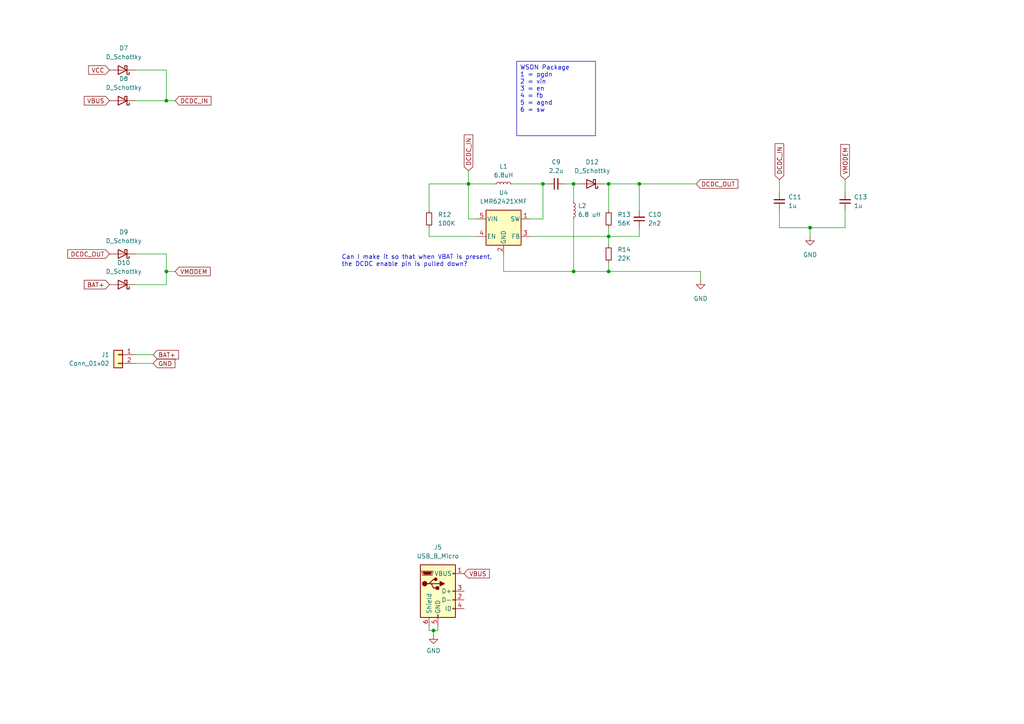
<source format=kicad_sch>
(kicad_sch (version 20230121) (generator eeschema)
  (paper "A4")
  (lib_symbols
    (symbol "Connector:USB_B_Micro" (pin_names (offset 1.016))
      (property "Reference" "J" (at -5.08 11.43 0))
      (property "Value" "USB_B_Micro" (at -5.08 8.89 0))
      (symbol "USB_B_Micro_0_1"
        (rectangle (start -5.08 -7.62) (end 5.08 7.62) (stroke (width 0.254)) (fill (type background)))
        (circle (center -3.81 2.159) (radius 0.635) (stroke (width 0.254)) (fill (type outline)))
        (circle (center -0.635 3.429) (radius 0.381) (stroke (width 0.254)) (fill (type outline)))
        (rectangle (start -0.127 -7.62) (end 0.127 -6.858))
        (polyline (pts (xy -1.905 2.159) (xy 0.635 2.159)) (stroke (width 0.254)))
        (polyline (pts (xy -3.175 2.159) (xy -2.54 2.159) (xy -1.27 3.429) (xy -0.635 3.429)) (stroke (width 0.254)))
        (polyline (pts (xy -2.54 2.159) (xy -1.905 2.159) (xy -1.27 0.889) (xy 0 0.889)) (stroke (width 0.254)))
        (polyline (pts (xy 0.635 2.794) (xy 0.635 1.524) (xy 1.905 2.159) (xy 0.635 2.794)) (stroke (width 0.254)) (fill (type outline)))
        (polyline (pts (xy -4.318 5.588) (xy -1.778 5.588) (xy -2.032 4.826) (xy -4.064 4.826) (xy -4.318 5.588)) (fill (type outline)))
        (polyline (pts (xy -4.699 5.842) (xy -4.699 5.588) (xy -4.445 4.826) (xy -4.445 4.572) (xy -1.651 4.572) (xy -1.651 4.826) (xy -1.397 5.588) (xy -1.397 5.842) (xy -4.699 5.842)))
        (rectangle (start 0.254 1.27) (end -0.508 0.508) (stroke (width 0.254)) (fill (type outline)))
        (rectangle (start 5.08 -5.207) (end 4.318 -4.953))
        (rectangle (start 5.08 -2.667) (end 4.318 -2.413))
        (rectangle (start 5.08 -0.127) (end 4.318 0.127))
        (rectangle (start 5.08 4.953) (end 4.318 5.207))
      )
      (symbol "USB_B_Micro_1_1"
        (pin power_out line (at 7.62 5.08 180) (length 2.54) (name "VBUS") (number "1"))
        (pin bidirectional line (at 7.62 -2.54 180) (length 2.54) (name "D-") (number "2"))
        (pin bidirectional line (at 7.62 0 180) (length 2.54) (name "D+") (number "3"))
        (pin passive line (at 7.62 -5.08 180) (length 2.54) (name "ID") (number "4"))
        (pin power_out line (at 0 -10.16 90) (length 2.54) (name "GND") (number "5"))
        (pin passive line (at -2.54 -10.16 90) (length 2.54) (name "Shield") (number "6"))
      )
    )
    (symbol "Connector_Generic:Conn_01x02" (pin_names (offset 1.016) hide)
      (property "Reference" "J" (at 0 2.54 0))
      (property "Value" "Conn_01x02" (at 0 -5.08 0))
      (symbol "Conn_01x02_1_1"
        (rectangle (start -1.27 -2.413) (end 0 -2.667) (stroke (width 0.1524)))
        (rectangle (start -1.27 0.127) (end 0 -0.127) (stroke (width 0.1524)))
        (rectangle (start -1.27 1.27) (end 1.27 -3.81) (stroke (width 0.254)) (fill (type background)))
        (pin passive line (at -5.08 0 0) (length 3.81) (name "Pin_1") (number "1"))
        (pin passive line (at -5.08 -2.54 0) (length 3.81) (name "Pin_2") (number "2"))
      )
    )
    (symbol "Device:C_Small" (pin_numbers hide) (pin_names (offset 0.254) hide)
      (property "Reference" "C" (at 0.254 1.778 0))
      (property "Value" "C_Small" (at 0.254 -2.032 0))
      (symbol "C_Small_0_1"
        (polyline (pts (xy -1.524 -0.508) (xy 1.524 -0.508)) (stroke (width 0.3302)))
        (polyline (pts (xy -1.524 0.508) (xy 1.524 0.508)) (stroke (width 0.3048)))
      )
      (symbol "C_Small_1_1"
        (pin passive line (at 0 2.54 270) (length 2.032) (name "~") (number "1"))
        (pin passive line (at 0 -2.54 90) (length 2.032) (name "~") (number "2"))
      )
    )
    (symbol "Device:D_Schottky" (pin_numbers hide) (pin_names (offset 1.016) hide)
      (property "Reference" "D" (at 0 2.54 0))
      (property "Value" "D_Schottky" (at 0 -2.54 0))
      (symbol "D_Schottky_0_1"
        (polyline (pts (xy 1.27 0) (xy -1.27 0)))
        (polyline (pts (xy 1.27 1.27) (xy 1.27 -1.27) (xy -1.27 0) (xy 1.27 1.27)) (stroke (width 0.254)))
        (polyline (pts (xy -1.905 0.635) (xy -1.905 1.27) (xy -1.27 1.27) (xy -1.27 -1.27) (xy -0.635 -1.27) (xy -0.635 -0.635)) (stroke (width 0.254)))
      )
      (symbol "D_Schottky_1_1"
        (pin passive line (at -3.81 0 0) (length 2.54) (name "K") (number "1"))
        (pin passive line (at 3.81 0 180) (length 2.54) (name "A") (number "2"))
      )
    )
    (symbol "Device:L_Small" (pin_numbers hide) (pin_names (offset 0.254) hide)
      (property "Reference" "L" (at 0.762 1.016 0))
      (property "Value" "L_Small" (at 0.762 -1.016 0))
      (symbol "L_Small_0_1"
        (arc (start 0 -2.032) (mid 0.5058 -1.524) (end 0 -1.016))
        (arc (start 0 -1.016) (mid 0.5058 -0.508) (end 0 0))
        (arc (start 0 0) (mid 0.5058 0.508) (end 0 1.016))
        (arc (start 0 1.016) (mid 0.5058 1.524) (end 0 2.032))
      )
      (symbol "L_Small_1_1"
        (pin passive line (at 0 2.54 270) (length 0.508) (name "~") (number "1"))
        (pin passive line (at 0 -2.54 90) (length 0.508) (name "~") (number "2"))
      )
    )
    (symbol "Device:R_Small" (pin_numbers hide) (pin_names (offset 0.254) hide)
      (property "Reference" "R" (at 0.762 0.508 0))
      (property "Value" "R_Small" (at 0.762 -1.016 0))
      (symbol "R_Small_0_1"
        (rectangle (start -0.762 1.778) (end 0.762 -1.778) (stroke (width 0.2032)))
      )
      (symbol "R_Small_1_1"
        (pin passive line (at 0 2.54 270) (length 0.762) (name "~") (number "1"))
        (pin passive line (at 0 -2.54 90) (length 0.762) (name "~") (number "2"))
      )
    )
    (symbol "Regulator_Switching:LMR62421XMF" (pin_names (offset 0.254))
      (property "Reference" "U" (at -5.08 6.35 0))
      (property "Value" "LMR62421XMF" (at 0 6.35 0))
      (symbol "LMR62421XMF_0_1"
        (rectangle (start -5.08 5.08) (end 5.08 -5.08) (stroke (width 0.254)) (fill (type background)))
      )
      (symbol "LMR62421XMF_1_1"
        (pin output line (at 7.62 2.54 180) (length 2.54) (name "SW") (number "1"))
        (pin power_in line (at 0 -7.62 90) (length 2.54) (name "GND") (number "2"))
        (pin input line (at 7.62 -2.54 180) (length 2.54) (name "FB") (number "3"))
        (pin input line (at -7.62 -2.54 0) (length 2.54) (name "EN") (number "4"))
        (pin input line (at -7.62 2.54 0) (length 2.54) (name "VIN") (number "5"))
      )
    )
    (symbol "power:GND" (power) (pin_names (offset 0))
      (property "Value" "GND" (at 0 -3.81 0))
      (symbol "GND_0_1"
        (polyline (pts (xy 0 0) (xy 0 -1.27) (xy 1.27 -1.27) (xy 0 -2.54) (xy -1.27 -1.27) (xy 0 -1.27)))
      )
      (symbol "GND_1_1"
        (pin power_in line (at 0 0 270) (length 0) hide (name "GND") (number "1"))
      )
    )
  )
  (junction (at 157.48 53.34))
  (junction (at 176.53 53.34))
  (junction (at 185.42 53.34))
  (junction (at 48.26 29.21))
  (junction (at 48.26 78.74))
  (junction (at 166.37 78.74))
  (junction (at 176.53 78.74))
  (junction (at 234.95 66.04))
  (junction (at 135.89 53.34))
  (junction (at 125.73 182.88))
  (junction (at 176.53 68.58))
  (junction (at 166.37 53.34))
  (wire (pts (xy 153.67 63.5) (xy 157.48 63.5)))
  (wire (pts (xy 135.89 53.34) (xy 143.51 53.34)))
  (wire (pts (xy 163.83 53.34) (xy 166.37 53.34)))
  (wire (pts (xy 48.26 82.55) (xy 39.37 82.55)))
  (wire (pts (xy 185.42 53.34) (xy 176.53 53.34)))
  (wire (pts (xy 135.89 53.34) (xy 124.46 53.34)))
  (wire (pts (xy 185.42 68.58) (xy 185.42 66.04)))
  (wire (pts (xy 157.48 63.5) (xy 157.48 53.34)))
  (wire (pts (xy 166.37 53.34) (xy 167.64 53.34)))
  (wire (pts (xy 176.53 68.58) (xy 185.42 68.58)))
  (wire (pts (xy 127 181.61) (xy 127 182.88)))
  (wire (pts (xy 146.05 73.66) (xy 146.05 78.74)))
  (wire (pts (xy 153.67 68.58) (xy 176.53 68.58)))
  (wire (pts (xy 226.06 60.96) (xy 226.06 66.04)))
  (wire (pts (xy 176.53 66.04) (xy 176.53 68.58)))
  (wire (pts (xy 124.46 182.88) (xy 125.73 182.88)))
  (wire (pts (xy 124.46 68.58) (xy 124.46 66.04)))
  (wire (pts (xy 175.26 53.34) (xy 176.53 53.34)))
  (wire (pts (xy 39.37 29.21) (xy 48.26 29.21)))
  (wire (pts (xy 245.11 66.04) (xy 245.11 60.96)))
  (wire (pts (xy 48.26 78.74) (xy 50.8 78.74)))
  (wire (pts (xy 125.73 182.88) (xy 125.73 184.15)))
  (wire (pts (xy 203.2 78.74) (xy 203.2 81.28)))
  (wire (pts (xy 148.59 53.34) (xy 157.48 53.34)))
  (wire (pts (xy 39.37 105.41) (xy 44.45 105.41)))
  (wire (pts (xy 39.37 73.66) (xy 48.26 73.66)))
  (wire (pts (xy 176.53 68.58) (xy 176.53 71.12)))
  (wire (pts (xy 124.46 181.61) (xy 124.46 182.88)))
  (wire (pts (xy 166.37 63.5) (xy 166.37 78.74)))
  (wire (pts (xy 166.37 53.34) (xy 166.37 58.42)))
  (wire (pts (xy 185.42 60.96) (xy 185.42 53.34)))
  (wire (pts (xy 185.42 53.34) (xy 201.93 53.34)))
  (wire (pts (xy 39.37 20.32) (xy 48.26 20.32)))
  (wire (pts (xy 245.11 52.07) (xy 245.11 55.88)))
  (wire (pts (xy 226.06 52.07) (xy 226.06 55.88)))
  (wire (pts (xy 48.26 78.74) (xy 48.26 82.55)))
  (wire (pts (xy 176.53 53.34) (xy 176.53 60.96)))
  (wire (pts (xy 138.43 63.5) (xy 135.89 63.5)))
  (wire (pts (xy 146.05 78.74) (xy 166.37 78.74)))
  (wire (pts (xy 125.73 182.88) (xy 127 182.88)))
  (wire (pts (xy 39.37 102.87) (xy 44.45 102.87)))
  (wire (pts (xy 138.43 68.58) (xy 124.46 68.58)))
  (wire (pts (xy 176.53 78.74) (xy 203.2 78.74)))
  (wire (pts (xy 124.46 53.34) (xy 124.46 60.96)))
  (wire (pts (xy 157.48 53.34) (xy 158.75 53.34)))
  (wire (pts (xy 234.95 66.04) (xy 245.11 66.04)))
  (wire (pts (xy 48.26 73.66) (xy 48.26 78.74)))
  (wire (pts (xy 176.53 78.74) (xy 166.37 78.74)))
  (wire (pts (xy 135.89 53.34) (xy 135.89 49.53)))
  (wire (pts (xy 135.89 63.5) (xy 135.89 53.34)))
  (wire (pts (xy 176.53 76.2) (xy 176.53 78.74)))
  (wire (pts (xy 48.26 29.21) (xy 50.8 29.21)))
  (wire (pts (xy 226.06 66.04) (xy 234.95 66.04)))
  (wire (pts (xy 234.95 66.04) (xy 234.95 68.58)))
  (wire (pts (xy 48.26 20.32) (xy 48.26 29.21)))
  (text_box "WSON Package\n1 = pgdn\n2 = vin\n3 = en\n4 = fb\n5 = agnd\n6 = sw" (at 149.86 17.78 0) (size 22.86 21.59) (effects (font (size 1.27 1.27)) (justify left top)))
  (text "Can I make it so that when VBAT is present, \nthe DCDC enable pin is pulled down?" (at 99.06 77.47 0) (effects (font (size 1.27 1.27)) (justify left bottom)))
  (global_label "BAT+" (shape input) (at 31.75 82.55 180) (property "Intersheetrefs" "${INTERSHEET_REFS}" (effects hide)))
  (global_label "VCC" (shape input) (at 31.75 20.32 180) (property "Intersheetrefs" "${INTERSHEET_REFS}" (effects hide)))
  (global_label "VMODEM" (shape input) (at 245.11 52.07 90) (property "Intersheetrefs" "${INTERSHEET_REFS}" (effects hide)))
  (global_label "BAT+" (shape input) (at 44.45 102.87 0) (property "Intersheetrefs" "${INTERSHEET_REFS}" (effects hide)))
  (global_label "DCDC_IN" (shape input) (at 50.8 29.21 0) (property "Intersheetrefs" "${INTERSHEET_REFS}" (effects hide)))
  (global_label "DCDC_IN" (shape input) (at 226.06 52.07 90) (property "Intersheetrefs" "${INTERSHEET_REFS}" (effects hide)))
  (global_label "VBUS" (shape input) (at 134.62 166.37 0) (property "Intersheetrefs" "${INTERSHEET_REFS}" (effects hide)))
  (global_label "GND" (shape input) (at 44.45 105.41 0) (property "Intersheetrefs" "${INTERSHEET_REFS}" (effects hide)))
  (global_label "VMODEM" (shape input) (at 50.8 78.74 0) (property "Intersheetrefs" "${INTERSHEET_REFS}" (effects hide)))
  (global_label "DCDC_OUT" (shape input) (at 31.75 73.66 180) (property "Intersheetrefs" "${INTERSHEET_REFS}" (effects hide)))
  (global_label "DCDC_IN" (shape input) (at 135.89 49.53 90) (property "Intersheetrefs" "${INTERSHEET_REFS}" (effects hide)))
  (global_label "DCDC_OUT" (shape input) (at 201.93 53.34 0) (property "Intersheetrefs" "${INTERSHEET_REFS}" (effects hide)))
  (global_label "VBUS" (shape input) (at 31.75 29.21 180) (property "Intersheetrefs" "${INTERSHEET_REFS}" (effects hide)))
  (symbol (lib_id "power:GND") (at 234.95 68.58 0) (unit 1)
    (property "Reference" "#PWR025" (effects hide))
    (property "Value" "GND" (at 234.95 73.914 0))
    (instances (project "m590" (path "" (reference "#PWR023") (unit 1))))
  )
  (symbol (lib_id "Device:D_Schottky") (at 35.56 73.66 180) (unit 1)
    (property "Reference" "D11" (at 35.8775 67.31 0))
    (property "Value" "D_Schottky" (at 35.8775 69.85 0))
    (property "Footprint" "Diode_SMD:D_0805_2012Metric" (effects hide))
    (instances (project "m590" (path "" (reference "D9") (unit 1))))
  )
  (symbol (lib_id "Regulator_Switching:LMR62421XMF") (at 146.05 66.04 0) (unit 1)
    (property "Reference" "U4" (at 146.05 55.88 0))
    (property "Value" "LMR62421XMF" (at 146.05 58.42 0))
    (property "Footprint" "Package_TO_SOT_SMD:SOT-23-5" (effects hide))
    (property "Datasheet" "http://www.ti.com/lit/ds/symlink/lmr62421.pdf" (effects hide))
  )
  (symbol (lib_id "power:GND") (at 203.2 81.28 0) (unit 1)
    (property "Reference" "#PWR023" (effects hide))
    (property "Value" "GND" (at 203.2 86.614 0))
    (instances (project "m590" (path "" (reference "#PWR022") (unit 1))))
  )
  (symbol (lib_id "Device:C_Small") (at 185.42 63.5 180) (unit 1)
    (property "Reference" "C10" (at 187.96 62.2236 0) (effects (justify right)))
    (property "Value" "2n2" (at 187.96 64.7636 0) (effects (justify right)))
    (property "Footprint" "Capacitor_SMD:C_0805_2012Metric" (effects hide))
  )
  (symbol (lib_id "Device:R_Small") (at 176.53 73.66 0) (unit 1)
    (property "Reference" "R14" (at 179.07 72.39 0) (effects (justify left)))
    (property "Value" "22K" (at 179.07 74.93 0) (effects (justify left)))
    (property "Footprint" "Resistor_SMD:R_0805_2012Metric" (effects hide))
  )
  (symbol (lib_id "power:GND") (at 125.73 184.15 0) (unit 1)
    (property "Reference" "#PWR01" (effects hide))
    (property "Value" "GND" (at 125.73 188.722 0))
    (instances (project "m590" (path "" (reference "#PWR01") (unit 1)) (path "" (reference "#PWR021") (unit 1))))
  )
  (symbol (lib_id "Device:C_Small") (at 245.11 58.42 180) (unit 1)
    (property "Reference" "C13" (at 247.65 57.1436 0) (effects (justify right)))
    (property "Value" "1u" (at 247.65 59.6836 0) (effects (justify right)))
    (property "Footprint" "Capacitor_SMD:C_0805_2012Metric" (effects hide))
  )
  (symbol (lib_id "Device:C_Small") (at 161.29 53.34 90) (unit 1)
    (property "Reference" "C9" (at 161.2963 46.99 90))
    (property "Value" "2.2u" (at 161.2963 49.53 90))
    (property "Footprint" "Capacitor_SMD:C_0805_2012Metric" (effects hide))
  )
  (symbol (lib_id "Connector:USB_B_Micro") (at 127 171.45 0) (unit 1)
    (property "Reference" "J6" (at 127 158.75 0))
    (property "Value" "USB_B_Micro" (at 127 161.29 0))
    (property "Footprint" "AvS_Connector:USB_Micro-B_XKB_U254-05XX-4BH806" (effects hide))
    (instances (project "m590" (path "" (reference "J5") (unit 1))))
  )
  (symbol (lib_id "Device:D_Schottky") (at 171.45 53.34 180) (unit 1)
    (property "Reference" "D5" (at 171.7675 46.99 0))
    (property "Value" "D_Schottky" (at 171.7675 49.53 0))
    (property "Footprint" "Diode_SMD:D_0805_2012Metric" (effects hide))
    (instances (project "m590" (path "" (reference "D12") (unit 1))))
  )
  (symbol (lib_id "Device:R_Small") (at 124.46 63.5 0) (unit 1)
    (property "Reference" "R12" (at 127 62.23 0) (effects (justify left)))
    (property "Value" "100K" (at 127 64.77 0) (effects (justify left)))
    (property "Footprint" "Resistor_SMD:R_0805_2012Metric" (effects hide))
  )
  (symbol (lib_id "Device:R_Small") (at 176.53 63.5 0) (unit 1)
    (property "Reference" "R13" (at 179.07 62.23 0) (effects (justify left)))
    (property "Value" "56K" (at 179.07 64.77 0) (effects (justify left)))
    (property "Footprint" "Resistor_SMD:R_0805_2012Metric" (effects hide))
  )
  (symbol (lib_id "Device:D_Schottky") (at 35.56 20.32 180) (unit 1)
    (property "Reference" "D6" (at 35.8775 13.97 0))
    (property "Value" "D_Schottky" (at 35.8775 16.51 0))
    (property "Footprint" "Diode_SMD:D_0805_2012Metric" (effects hide))
    (instances (project "m590" (path "" (reference "D7") (unit 1))))
  )
  (symbol (lib_id "Device:D_Schottky") (at 35.56 29.21 180) (unit 1)
    (property "Reference" "D7" (at 35.8775 22.86 0))
    (property "Value" "D_Schottky" (at 35.8775 25.4 0))
    (property "Footprint" "Diode_SMD:D_0805_2012Metric" (effects hide))
    (instances (project "m590" (path "" (reference "D8") (unit 1))))
  )
  (symbol (lib_id "Connector_Generic:Conn_01x02") (at 34.29 102.87 0) (mirror y) (unit 1)
    (property "Reference" "J1" (at 31.75 102.87 0) (effects (justify left)))
    (property "Value" "Conn_01x02" (at 31.75 105.41 0) (effects (justify left)))
    (property "Footprint" "Connector_PinHeader_2.54mm:PinHeader_1x02_P2.54mm_Vertical" (effects hide))
    (instances (project "m590" (path "" (reference "J1") (unit 1)) (path "" (reference "J2") (unit 1)) (path "" (reference "J1") (unit 1))))
  )
  (symbol (lib_id "Device:D_Schottky") (at 35.56 82.55 180) (unit 1)
    (property "Reference" "D12" (at 35.8775 76.2 0))
    (property "Value" "D_Schottky" (at 35.8775 78.74 0))
    (property "Footprint" "Diode_SMD:D_0805_2012Metric" (effects hide))
    (instances (project "m590" (path "" (reference "D10") (unit 1))))
  )
  (symbol (lib_id "Device:L_Small") (at 146.05 53.34 90) (unit 1)
    (property "Reference" "L1" (at 146.05 48.26 90))
    (property "Value" "6.8uH" (at 146.05 50.8 90))
    (property "Footprint" "Inductor_SMD:L_Bourns_SRP7028A_7.3x6.6mm" (effects hide))
  )
  (symbol (lib_id "Device:C_Small") (at 226.06 58.42 180) (unit 1)
    (property "Reference" "C11" (at 228.6 57.1436 0) (effects (justify right)))
    (property "Value" "1u" (at 228.6 59.6836 0) (effects (justify right)))
    (property "Footprint" "Capacitor_SMD:C_0805_2012Metric" (effects hide))
  )
  (symbol (lib_id "Device:L_Small") (at 166.37 60.96 0) (unit 1)
    (property "Reference" "L2" (at 167.64 59.69 0) (effects (justify left)))
    (property "Value" "6.8 uH" (at 167.64 62.23 0) (effects (justify left)))
    (property "Footprint" "Inductor_SMD:L_Bourns_SRP7028A_7.3x6.6mm" (effects hide))
  )
)
</source>
